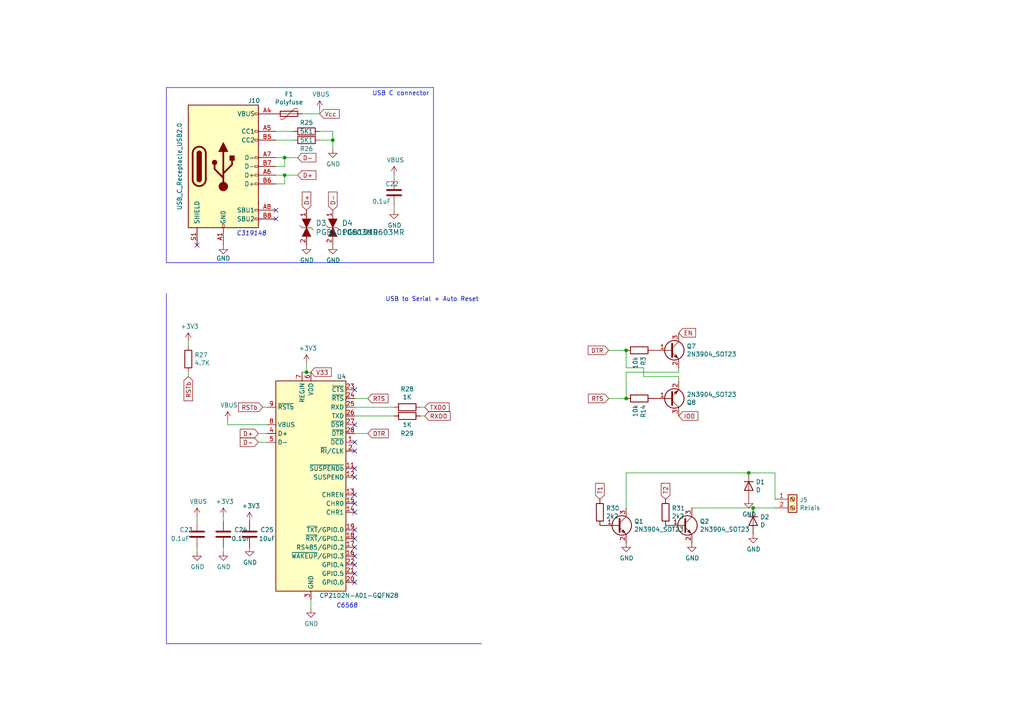
<source format=kicad_sch>
(kicad_sch (version 20230121) (generator eeschema)
  (paper "A4")
  (lib_symbols
    (symbol "Connector:Screw_Terminal_01x02" (pin_names (offset 1.016) hide)
      (property "Reference" "J" (at 0 2.54 0))
      (property "Value" "Screw_Terminal_01x02" (at 0 -5.08 0))
      (symbol "Screw_Terminal_01x02_1_1"
        (rectangle (start -1.27 1.27) (end 1.27 -3.81) (stroke (width 0.254)) (fill (type background)))
        (circle (center 0 -2.54) (radius 0.635) (stroke (width 0.1524)))
        (polyline (pts (xy -0.5334 -2.2098) (xy 0.3302 -3.048)) (stroke (width 0.1524)))
        (polyline (pts (xy -0.5334 0.3302) (xy 0.3302 -0.508)) (stroke (width 0.1524)))
        (polyline (pts (xy -0.3556 -2.032) (xy 0.508 -2.8702)) (stroke (width 0.1524)))
        (polyline (pts (xy -0.3556 0.508) (xy 0.508 -0.3302)) (stroke (width 0.1524)))
        (circle (center 0 0) (radius 0.635) (stroke (width 0.1524)))
        (pin passive line (at -5.08 0 0) (length 3.81) (name "Pin_1") (number "1"))
        (pin passive line (at -5.08 -2.54 0) (length 3.81) (name "Pin_2") (number "2"))
      )
    )
    (symbol "Device:C" (pin_numbers hide) (pin_names (offset 0.254))
      (property "Reference" "C" (at 0.635 2.54 0))
      (property "Value" "C" (at 0.635 -2.54 0))
      (symbol "C_0_1"
        (polyline (pts (xy -2.032 -0.762) (xy 2.032 -0.762)) (stroke (width 0.508)))
        (polyline (pts (xy -2.032 0.762) (xy 2.032 0.762)) (stroke (width 0.508)))
      )
      (symbol "C_1_1"
        (pin passive line (at 0 3.81 270) (length 2.794) (name "~") (number "1"))
        (pin passive line (at 0 -3.81 90) (length 2.794) (name "~") (number "2"))
      )
    )
    (symbol "Device:D" (pin_numbers hide) (pin_names (offset 1.016) hide)
      (property "Reference" "D" (at 0 2.54 0))
      (property "Value" "D" (at 0 -2.54 0))
      (symbol "D_0_1"
        (polyline (pts (xy -1.27 1.27) (xy -1.27 -1.27)) (stroke (width 0.254)))
        (polyline (pts (xy 1.27 0) (xy -1.27 0)))
        (polyline (pts (xy 1.27 1.27) (xy 1.27 -1.27) (xy -1.27 0) (xy 1.27 1.27)) (stroke (width 0.254)))
      )
      (symbol "D_1_1"
        (pin passive line (at -3.81 0 0) (length 2.54) (name "K") (number "1"))
        (pin passive line (at 3.81 0 180) (length 2.54) (name "A") (number "2"))
      )
    )
    (symbol "Device:Polyfuse" (pin_numbers hide) (pin_names (offset 0))
      (property "Reference" "F" (at -2.54 0 90))
      (property "Value" "Polyfuse" (at 2.54 0 90))
      (symbol "Polyfuse_0_1"
        (rectangle (start -0.762 2.54) (end 0.762 -2.54) (stroke (width 0.254)))
        (polyline (pts (xy 0 2.54) (xy 0 -2.54)))
        (polyline (pts (xy -1.524 2.54) (xy -1.524 1.524) (xy 1.524 -1.524) (xy 1.524 -2.54)))
      )
      (symbol "Polyfuse_1_1"
        (pin passive line (at 0 3.81 270) (length 1.27) (name "~") (number "1"))
        (pin passive line (at 0 -3.81 90) (length 1.27) (name "~") (number "2"))
      )
    )
    (symbol "Device:R" (pin_numbers hide) (pin_names (offset 0))
      (property "Reference" "R" (at 2.032 0 90))
      (property "Value" "R" (at 0 0 90))
      (symbol "R_0_1"
        (rectangle (start -1.016 -2.54) (end 1.016 2.54) (stroke (width 0.254)))
      )
      (symbol "R_1_1"
        (pin passive line (at 0 3.81 270) (length 1.27) (name "~") (number "1"))
        (pin passive line (at 0 -3.81 90) (length 1.27) (name "~") (number "2"))
      )
    )
    (symbol "ESP32Vfo-rescue:CP2102N-A01-GQFN28-Interface_USB"
      (property "Reference" "U" (at -7.62 31.75 0))
      (property "Value" "CP2102N-A01-GQFN28-Interface_USB" (at 26.67 31.75 0))
      (symbol "CP2102N-A01-GQFN28-Interface_USB_0_1"
        (rectangle (start -10.16 30.48) (end 10.16 -30.48) (stroke (width 0.254)) (fill (type background)))
      )
      (symbol "CP2102N-A01-GQFN28-Interface_USB_1_1"
        (pin input line (at 12.7 12.7 180) (length 2.54) (name "~{DCD}") (number "1"))
        (pin no_connect line (at -10.16 -10.16 0) (length 2.54) hide (name "NC") (number "10"))
        (pin output line (at 12.7 5.08 180) (length 2.54) (name "~{SUSPENDb}") (number "11"))
        (pin output line (at 12.7 2.54 180) (length 2.54) (name "SUSPEND") (number "12"))
        (pin output line (at 12.7 -2.54 180) (length 2.54) (name "CHREN") (number "13"))
        (pin output line (at 12.7 -7.62 180) (length 2.54) (name "CHR1") (number "14"))
        (pin output line (at 12.7 -5.08 180) (length 2.54) (name "CHR0") (number "15"))
        (pin bidirectional line (at 12.7 -20.32 180) (length 2.54) (name "~{WAKEUP}/GPIO.3") (number "16"))
        (pin bidirectional line (at 12.7 -17.78 180) (length 2.54) (name "RS485/GPIO.2") (number "17"))
        (pin bidirectional line (at 12.7 -15.24 180) (length 2.54) (name "~{RXT}/GPIO.1") (number "18"))
        (pin bidirectional line (at 12.7 -12.7 180) (length 2.54) (name "~{TXT}/GPIO.0") (number "19"))
        (pin bidirectional line (at 12.7 10.16 180) (length 2.54) (name "~{RI}/CLK") (number "2"))
        (pin bidirectional line (at 12.7 -27.94 180) (length 2.54) (name "GPIO.6") (number "20"))
        (pin bidirectional line (at 12.7 -25.4 180) (length 2.54) (name "GPIO.5") (number "21"))
        (pin bidirectional line (at 12.7 -22.86 180) (length 2.54) (name "GPIO.4") (number "22"))
        (pin input line (at 12.7 27.94 180) (length 2.54) (name "~{CTS}") (number "23"))
        (pin output line (at 12.7 25.4 180) (length 2.54) (name "~{RTS}") (number "24"))
        (pin input line (at 12.7 22.86 180) (length 2.54) (name "RXD") (number "25"))
        (pin output line (at 12.7 20.32 180) (length 2.54) (name "TXD") (number "26"))
        (pin input line (at 12.7 17.78 180) (length 2.54) (name "~{DSR}") (number "27"))
        (pin output line (at 12.7 15.24 180) (length 2.54) (name "~{DTR}") (number "28"))
        (pin passive line (at 0 -33.02 90) (length 2.54) hide (name "GND") (number "29"))
        (pin power_in line (at 0 -33.02 90) (length 2.54) (name "GND") (number "3"))
        (pin bidirectional line (at -12.7 15.24 0) (length 2.54) (name "D+") (number "4"))
        (pin bidirectional line (at -12.7 12.7 0) (length 2.54) (name "D-") (number "5"))
        (pin passive line (at 0 33.02 270) (length 2.54) (name "VDD") (number "6"))
        (pin power_in line (at -2.54 33.02 270) (length 2.54) (name "REGIN") (number "7"))
        (pin input line (at -12.7 17.78 0) (length 2.54) (name "VBUS") (number "8"))
        (pin input line (at -12.7 22.86 0) (length 2.54) (name "~{RSTb}") (number "9"))
      )
    )
    (symbol "ESP32Vfo-rescue:PGB1010603MR-dk_TVS-Diodes" (pin_names (offset 1.016))
      (property "Reference" "D" (at -5.4864 2.7432 0))
      (property "Value" "PGB1010603MR-dk_TVS-Diodes" (at 0.1016 -3.302 0))
      (symbol "PGB1010603MR-dk_TVS-Diodes_0_1"
        (polyline (pts (xy 0 0) (xy 0 -1.27) (xy -0.635 -1.905)))
        (polyline (pts (xy 0 0) (xy 0 1.27) (xy 0.635 1.905)))
        (polyline (pts (xy -2.54 1.27) (xy -2.54 -1.27) (xy 0 0) (xy -2.54 1.27)) (fill (type outline)))
        (polyline (pts (xy 2.54 1.27) (xy 2.54 -1.27) (xy 0 0) (xy 2.54 1.27)) (fill (type outline)))
      )
      (symbol "PGB1010603MR-dk_TVS-Diodes_1_1"
        (pin passive line (at -5.08 0 0) (length 2.54) (name "~") (number "1"))
        (pin passive line (at 5.08 0 180) (length 2.54) (name "~") (number "2"))
      )
    )
    (symbol "ESP32Vfo-rescue:USB_C_Receptacle_USB2.0-Connector-ESP32Vfo" (pin_names (offset 1.016))
      (property "Reference" "J" (at -10.16 19.05 0))
      (property "Value" "USB_C_Receptacle_USB2.0-Connector-ESP32Vfo" (at 19.05 19.05 0))
      (symbol "USB_C_Receptacle_USB2.0-Connector-ESP32Vfo_0_0"
        (rectangle (start -0.254 -17.78) (end 0.254 -16.764))
        (rectangle (start 10.16 -14.986) (end 9.144 -15.494))
        (rectangle (start 10.16 -12.446) (end 9.144 -12.954))
        (rectangle (start 10.16 -4.826) (end 9.144 -5.334))
        (rectangle (start 10.16 -2.286) (end 9.144 -2.794))
        (rectangle (start 10.16 0.254) (end 9.144 -0.254))
        (rectangle (start 10.16 2.794) (end 9.144 2.286))
        (rectangle (start 10.16 7.874) (end 9.144 7.366))
        (rectangle (start 10.16 10.414) (end 9.144 9.906))
        (rectangle (start 10.16 15.494) (end 9.144 14.986))
      )
      (symbol "USB_C_Receptacle_USB2.0-Connector-ESP32Vfo_0_1"
        (rectangle (start -10.16 17.78) (end 10.16 -17.78) (stroke (width 0.254)) (fill (type background)))
        (arc (start -8.89 -3.81) (mid -6.985 -5.7067) (end -5.08 -3.81) (stroke (width 0.508)))
        (arc (start -7.62 -3.81) (mid -6.985 -4.4423) (end -6.35 -3.81) (stroke (width 0.254)))
        (arc (start -7.62 -3.81) (mid -6.985 -4.4423) (end -6.35 -3.81) (stroke (width 0.254)) (fill (type outline)))
        (rectangle (start -7.62 -3.81) (end -6.35 3.81) (stroke (width 0.254)) (fill (type outline)))
        (arc (start -6.35 3.81) (mid -6.985 4.4423) (end -7.62 3.81) (stroke (width 0.254)))
        (arc (start -6.35 3.81) (mid -6.985 4.4423) (end -7.62 3.81) (stroke (width 0.254)) (fill (type outline)))
        (arc (start -5.08 3.81) (mid -6.985 5.7067) (end -8.89 3.81) (stroke (width 0.508)))
        (circle (center -2.54 1.143) (radius 0.635) (stroke (width 0.254)) (fill (type outline)))
        (circle (center 0 -5.842) (radius 1.27) (fill (type outline)))
        (polyline (pts (xy -8.89 -3.81) (xy -8.89 3.81)) (stroke (width 0.508)))
        (polyline (pts (xy -5.08 3.81) (xy -5.08 -3.81)) (stroke (width 0.508)))
        (polyline (pts (xy 0 -5.842) (xy 0 4.318)) (stroke (width 0.508)))
        (polyline (pts (xy 0 -3.302) (xy -2.54 -0.762) (xy -2.54 0.508)) (stroke (width 0.508)))
        (polyline (pts (xy 0 -2.032) (xy 2.54 0.508) (xy 2.54 1.778)) (stroke (width 0.508)))
        (polyline (pts (xy -1.27 4.318) (xy 0 6.858) (xy 1.27 4.318) (xy -1.27 4.318)) (stroke (width 0.254)) (fill (type outline)))
        (rectangle (start 1.905 1.778) (end 3.175 3.048) (stroke (width 0.254)) (fill (type outline)))
      )
      (symbol "USB_C_Receptacle_USB2.0-Connector-ESP32Vfo_1_1"
        (pin power_in line (at 0 -22.86 90) (length 5.08) (name "GND") (number "A1"))
        (pin passive line (at 0 -22.86 90) (length 5.08) hide (name "GND") (number "A12"))
        (pin power_in line (at 15.24 15.24 180) (length 5.08) (name "VBUS") (number "A4"))
        (pin bidirectional line (at 15.24 10.16 180) (length 5.08) (name "CC1") (number "A5"))
        (pin bidirectional line (at 15.24 -2.54 180) (length 5.08) (name "D+") (number "A6"))
        (pin bidirectional line (at 15.24 2.54 180) (length 5.08) (name "D-") (number "A7"))
        (pin bidirectional line (at 15.24 -12.7 180) (length 5.08) (name "SBU1") (number "A8"))
        (pin passive line (at 15.24 15.24 180) (length 5.08) hide (name "VBUS") (number "A9"))
        (pin passive line (at 0 -22.86 90) (length 5.08) hide (name "GND") (number "B1"))
        (pin passive line (at 0 -22.86 90) (length 5.08) hide (name "GND") (number "B12"))
        (pin passive line (at 15.24 15.24 180) (length 5.08) hide (name "VBUS") (number "B4"))
        (pin bidirectional line (at 15.24 7.62 180) (length 5.08) (name "CC2") (number "B5"))
        (pin bidirectional line (at 15.24 -5.08 180) (length 5.08) (name "D+") (number "B6"))
        (pin bidirectional line (at 15.24 0 180) (length 5.08) (name "D-") (number "B7"))
        (pin bidirectional line (at 15.24 -15.24 180) (length 5.08) (name "SBU2") (number "B8"))
        (pin passive line (at 15.24 15.24 180) (length 5.08) hide (name "VBUS") (number "B9"))
        (pin passive line (at -7.62 -22.86 90) (length 5.08) (name "SHIELD") (number "S1"))
      )
    )
    (symbol "power:+3V3" (power) (pin_names (offset 0))
      (property "Value" "+3V3" (at 0 3.556 0))
      (symbol "+3V3_0_1"
        (polyline (pts (xy -0.762 1.27) (xy 0 2.54)))
        (polyline (pts (xy 0 0) (xy 0 2.54)))
        (polyline (pts (xy 0 2.54) (xy 0.762 1.27)))
      )
      (symbol "+3V3_1_1"
        (pin power_in line (at 0 0 90) (length 0) hide (name "+3V3") (number "1"))
      )
    )
    (symbol "power:GND" (power) (pin_names (offset 0))
      (property "Value" "GND" (at 0 -3.81 0))
      (symbol "GND_0_1"
        (polyline (pts (xy 0 0) (xy 0 -1.27) (xy 1.27 -1.27) (xy 0 -2.54) (xy -1.27 -1.27) (xy 0 -1.27)))
      )
      (symbol "GND_1_1"
        (pin power_in line (at 0 0 270) (length 0) hide (name "GND") (number "1"))
      )
    )
    (symbol "power:VBUS" (power) (pin_names (offset 0))
      (property "Value" "VBUS" (at 0 3.81 0))
      (symbol "VBUS_0_1"
        (polyline (pts (xy -0.762 1.27) (xy 0 2.54)))
        (polyline (pts (xy 0 0) (xy 0 2.54)))
        (polyline (pts (xy 0 2.54) (xy 0.762 1.27)))
      )
      (symbol "VBUS_1_1"
        (pin power_in line (at 0 0 90) (length 0) hide (name "VBUS") (number "1"))
      )
    )
    (symbol "tube:2N3904_SOT23" (pin_names (offset 0) hide)
      (property "Reference" "Q" (at 5.08 1.905 0))
      (property "Value" "2N3904_SOT23" (at 5.08 0 0))
      (symbol "2N3904_SOT23_0_1"
        (polyline (pts (xy 0.635 0.635) (xy 2.54 2.54)))
        (polyline (pts (xy 0.635 -0.635) (xy 2.54 -2.54) (xy 2.54 -2.54)))
        (polyline (pts (xy 0.635 1.905) (xy 0.635 -1.905) (xy 0.635 -1.905)) (stroke (width 0.508)))
        (polyline (pts (xy 1.27 -1.778) (xy 1.778 -1.27) (xy 2.286 -2.286) (xy 1.27 -1.778) (xy 1.27 -1.778)) (fill (type outline)))
        (circle (center 1.27 0) (radius 2.8194) (stroke (width 0.254)))
      )
      (symbol "2N3904_SOT23_1_1"
        (pin passive line (at -5.08 0 0) (length 5.715) (name "B") (number "1"))
        (pin passive line (at 2.54 -5.08 90) (length 2.54) (name "E") (number "2"))
        (pin passive line (at 2.54 5.08 270) (length 2.54) (name "C") (number "3"))
      )
    )
  )
  (junction (at 96.52 40.64))
  (junction (at 218.44 147.32))
  (junction (at 82.55 50.8))
  (junction (at 82.55 45.72))
  (junction (at 88.9 107.95))
  (junction (at 217.17 137.16))
  (junction (at 181.61 115.57))
  (junction (at 181.61 101.6))
  (no_connect (at 57.15 71.12))
  (no_connect (at 102.87 138.43))
  (no_connect (at 102.87 161.29))
  (no_connect (at 80.01 63.5))
  (no_connect (at 102.87 153.67))
  (no_connect (at 102.87 135.89))
  (no_connect (at 102.87 113.03))
  (no_connect (at 102.87 128.27))
  (no_connect (at 102.87 166.37))
  (no_connect (at 102.87 163.83))
  (no_connect (at 102.87 130.81))
  (no_connect (at 102.87 156.21))
  (no_connect (at 102.87 148.59))
  (no_connect (at 80.01 60.96))
  (no_connect (at 102.87 123.19))
  (no_connect (at 102.87 146.05))
  (no_connect (at 102.87 168.91))
  (no_connect (at 102.87 143.51))
  (no_connect (at 102.87 158.75))
  (wire (pts (xy 80.01 38.1) (xy 85.09 38.1)))
  (wire (pts (xy 224.79 137.16) (xy 224.79 144.78)))
  (wire (pts (xy 82.55 48.26) (xy 80.01 48.26)))
  (wire (pts (xy 74.93 128.27) (xy 77.47 128.27)))
  (wire (pts (xy 87.63 33.02) (xy 92.71 33.02)))
  (wire (pts (xy 92.71 38.1) (xy 96.52 38.1)))
  (wire (pts (xy 217.17 137.16) (xy 224.79 137.16)))
  (polyline (pts (xy 48.26 25.4) (xy 48.26 76.2)))
  (wire (pts (xy 80.01 53.34) (xy 82.55 53.34)))
  (wire (pts (xy 64.77 149.86) (xy 64.77 151.13)))
  (polyline (pts (xy 48.26 186.69) (xy 139.7 186.69)))
  (wire (pts (xy 121.92 118.11) (xy 123.19 118.11)))
  (wire (pts (xy 176.53 115.57) (xy 181.61 115.57)))
  (wire (pts (xy 57.15 149.86) (xy 57.15 151.13)))
  (wire (pts (xy 54.61 99.06) (xy 54.61 100.33)))
  (wire (pts (xy 82.55 45.72) (xy 86.36 45.72)))
  (polyline (pts (xy 48.26 76.2) (xy 125.73 76.2)))
  (wire (pts (xy 196.85 110.49) (xy 196.85 109.22)))
  (polyline (pts (xy 125.73 25.4) (xy 48.26 25.4)))
  (wire (pts (xy 200.66 147.32) (xy 218.44 147.32)))
  (wire (pts (xy 181.61 137.16) (xy 217.17 137.16)))
  (wire (pts (xy 82.55 50.8) (xy 80.01 50.8)))
  (wire (pts (xy 80.01 45.72) (xy 82.55 45.72)))
  (polyline (pts (xy 125.73 76.2) (xy 125.73 25.4)))
  (wire (pts (xy 181.61 107.95) (xy 196.85 107.95)))
  (polyline (pts (xy 48.26 85.09) (xy 48.26 186.69)))
  (wire (pts (xy 176.53 101.6) (xy 181.61 101.6)))
  (wire (pts (xy 106.68 125.73) (xy 102.87 125.73)))
  (wire (pts (xy 90.17 173.99) (xy 90.17 176.53)))
  (wire (pts (xy 123.19 120.65) (xy 121.92 120.65)))
  (wire (pts (xy 88.9 107.95) (xy 88.9 105.41)))
  (wire (pts (xy 96.52 40.64) (xy 96.52 43.18)))
  (wire (pts (xy 102.87 118.11) (xy 114.3 118.11)))
  (wire (pts (xy 86.36 50.8) (xy 82.55 50.8)))
  (wire (pts (xy 66.04 123.19) (xy 77.47 123.19)))
  (wire (pts (xy 186.69 109.22) (xy 186.69 106.68)))
  (wire (pts (xy 64.77 158.75) (xy 64.77 160.02)))
  (wire (pts (xy 87.63 107.95) (xy 88.9 107.95)))
  (wire (pts (xy 85.09 40.64) (xy 80.01 40.64)))
  (wire (pts (xy 186.69 106.68) (xy 181.61 106.68)))
  (wire (pts (xy 181.61 147.32) (xy 181.61 137.16)))
  (wire (pts (xy 90.17 107.95) (xy 88.9 107.95)))
  (wire (pts (xy 196.85 107.95) (xy 196.85 106.68)))
  (wire (pts (xy 54.61 109.22) (xy 54.61 107.95)))
  (wire (pts (xy 96.52 38.1) (xy 96.52 40.64)))
  (wire (pts (xy 57.15 158.75) (xy 57.15 160.02)))
  (wire (pts (xy 92.71 33.02) (xy 92.71 31.75)))
  (wire (pts (xy 76.2 118.11) (xy 77.47 118.11)))
  (wire (pts (xy 102.87 120.65) (xy 114.3 120.65)))
  (wire (pts (xy 218.44 147.32) (xy 224.79 147.32)))
  (wire (pts (xy 181.61 106.68) (xy 181.61 101.6)))
  (wire (pts (xy 82.55 53.34) (xy 82.55 50.8)))
  (wire (pts (xy 106.68 115.57) (xy 102.87 115.57)))
  (wire (pts (xy 82.55 45.72) (xy 82.55 48.26)))
  (wire (pts (xy 77.47 125.73) (xy 74.93 125.73)))
  (wire (pts (xy 66.04 121.92) (xy 66.04 123.19)))
  (wire (pts (xy 114.3 50.8) (xy 114.3 52.07)))
  (wire (pts (xy 96.52 40.64) (xy 92.71 40.64)))
  (wire (pts (xy 114.3 59.69) (xy 114.3 60.96)))
  (wire (pts (xy 196.85 109.22) (xy 186.69 109.22)))
  (wire (pts (xy 181.61 107.95) (xy 181.61 115.57)))
  (text "C319148" (at 68.58 68.58 0) (effects (font (size 1.27 1.27) italic) (justify left bottom)))
  (text "USB C connector" (at 107.95 27.94 0) (effects (font (size 1.27 1.27)) (justify left bottom)))
  (text "USB to Serial + Auto Reset" (at 111.76 87.63 0) (effects (font (size 1.27 1.27)) (justify left bottom)))
  (text " C6568" (at 96.52 176.53 0) (effects (font (size 1.27 1.27) italic) (justify left bottom)))
  (global_label "DTR" (shape input) (at 106.68 125.73 0) (property "Intersheetrefs" "${INTERSHEET_REFS}" (effects hide)))
  (global_label "Vcc" (shape input) (at 92.71 33.02 0) (property "Intersheetrefs" "${INTERSHEET_REFS}" (effects hide)))
  (global_label "D+" (shape input) (at 74.93 125.73 180) (property "Intersheetrefs" "${INTERSHEET_REFS}" (effects hide)))
  (global_label "D-" (shape input) (at 74.93 128.27 180) (property "Intersheetrefs" "${INTERSHEET_REFS}" (effects hide)))
  (global_label "V33" (shape input) (at 90.17 107.95 0) (property "Intersheetrefs" "${INTERSHEET_REFS}" (effects hide)))
  (global_label "D+" (shape input) (at 86.36 50.8 0) (property "Intersheetrefs" "${INTERSHEET_REFS}" (effects hide)))
  (global_label "T2" (shape input) (at 193.04 144.78 90) (property "Intersheetrefs" "${INTERSHEET_REFS}" (effects hide)))
  (global_label "TXD0" (shape input) (at 123.19 118.11 0) (property "Intersheetrefs" "${INTERSHEET_REFS}" (effects hide)))
  (global_label "RTS" (shape input) (at 106.68 115.57 0) (property "Intersheetrefs" "${INTERSHEET_REFS}" (effects hide)))
  (global_label "D-" (shape input) (at 86.36 45.72 0) (property "Intersheetrefs" "${INTERSHEET_REFS}" (effects hide)))
  (global_label "EN" (shape input) (at 196.85 96.52 0) (property "Intersheetrefs" "${INTERSHEET_REFS}" (effects hide)))
  (global_label "RSTb" (shape input) (at 76.2 118.11 180) (property "Intersheetrefs" "${INTERSHEET_REFS}" (effects hide)))
  (global_label "RXD0" (shape input) (at 123.19 120.65 0) (property "Intersheetrefs" "${INTERSHEET_REFS}" (effects hide)))
  (global_label "T1" (shape input) (at 173.99 144.78 90) (property "Intersheetrefs" "${INTERSHEET_REFS}" (effects hide)))
  (global_label "RSTb" (shape input) (at 54.61 109.22 270) (property "Intersheetrefs" "${INTERSHEET_REFS}" (effects hide)))
  (global_label "DTR" (shape input) (at 176.53 101.6 180) (property "Intersheetrefs" "${INTERSHEET_REFS}" (effects hide)))
  (global_label "D-" (shape input) (at 96.52 60.96 90) (property "Intersheetrefs" "${INTERSHEET_REFS}" (effects hide)))
  (global_label "IO0" (shape input) (at 196.85 120.65 0) (property "Intersheetrefs" "${INTERSHEET_REFS}" (effects hide)))
  (global_label "RTS" (shape input) (at 176.53 115.57 180) (property "Intersheetrefs" "${INTERSHEET_REFS}" (effects hide)))
  (global_label "D+" (shape input) (at 88.9 60.96 90) (property "Intersheetrefs" "${INTERSHEET_REFS}" (effects hide)))
  (symbol (lib_id "Device:C") (at 72.39 154.94 0) (unit 1)
    (property "Reference" "C25" (at 77.47 153.67 0))
    (property "Value" "10uF" (at 77.47 156.21 0))
    (property "Footprint" "Capacitor_SMD:C_0805_2012Metric" (effects hide))
  )
  (symbol (lib_id "power:GND") (at 72.39 158.75 0) (unit 1)
    (property "Reference" "#PWR045" (effects hide))
    (property "Value" "GND" (at 72.517 163.1442 0))
  )
  (symbol (lib_id "power:+3V3") (at 72.39 151.13 0) (unit 1)
    (property "Reference" "#PWR015" (effects hide))
    (property "Value" "+3V3" (at 72.771 146.7358 0))
  )
  (symbol (lib_id "power:+3V3") (at 54.61 99.06 0) (unit 1)
    (property "Reference" "#PWR037" (effects hide))
    (property "Value" "+3V3" (at 54.991 94.6658 0))
  )
  (symbol (lib_id "power:GND") (at 57.15 160.02 0) (unit 1)
    (property "Reference" "#PWR042" (effects hide))
    (property "Value" "GND" (at 57.277 164.4142 0))
  )
  (symbol (lib_id "power:+3V3") (at 64.77 149.86 0) (unit 1)
    (property "Reference" "#PWR041" (effects hide))
    (property "Value" "+3V3" (at 65.151 145.4658 0))
  )
  (symbol (lib_id "Device:R") (at 118.11 120.65 270) (unit 1)
    (property "Reference" "R29" (at 118.11 125.73 90))
    (property "Value" "1K" (at 118.11 123.19 90))
    (property "Footprint" "Resistor_SMD:R_0805_2012Metric" (effects hide))
  )
  (symbol (lib_id "Device:R") (at 118.11 118.11 270) (unit 1)
    (property "Reference" "R28" (at 118.11 112.8522 90))
    (property "Value" "1K" (at 118.11 115.1636 90))
    (property "Footprint" "Resistor_SMD:R_0805_2012Metric" (effects hide))
  )
  (symbol (lib_id "ESP32Vfo-rescue:CP2102N-A01-GQFN28-Interface_USB") (at 90.17 140.97 0) (unit 1)
    (property "Reference" "U4" (at 99.06 109.22 0))
    (property "Value" "CP2102N-A01-GQFN28" (at 104.14 172.72 0))
    (property "Footprint" "Package_DFN_QFN:QFN-28-1EP_5x5mm_P0.5mm_EP3.35x3.35mm" (effects hide))
    (property "Datasheet" "https://www.silabs.com/documents/public/data-sheets/cp2102n-datasheet.pdf" (effects hide))
  )
  (symbol (lib_id "ESP32Vfo-rescue:USB_C_Receptacle_USB2.0-Connector-ESP32Vfo") (at 64.77 48.26 0) (unit 1)
    (property "Reference" "J10" (at 73.66 29.21 0))
    (property "Value" "USB_C_Receptacle_USB2.0" (at 52.07 48.26 90))
    (property "Footprint" "Connector_USB:USB_C_Receptacle_XKB_U262-16XN-4BVC11" (effects hide))
    (property "Datasheet" "https://www.usb.org/sites/default/files/documents/usb_type-c.zip" (effects hide))
  )
  (symbol (lib_id "Device:R") (at 88.9 38.1 270) (unit 1)
    (property "Reference" "R25" (at 88.9 35.56 90))
    (property "Value" "5K1" (at 88.9 38.1 90))
    (property "Footprint" "Resistor_SMD:R_0805_2012Metric" (effects hide))
  )
  (symbol (lib_id "Device:R") (at 88.9 40.64 270) (unit 1)
    (property "Reference" "R26" (at 88.9 43.18 90))
    (property "Value" "5K1" (at 88.9 40.64 90))
    (property "Footprint" "Resistor_SMD:R_0805_2012Metric" (effects hide))
  )
  (symbol (lib_id "power:GND") (at 64.77 71.12 0) (unit 1)
    (property "Reference" "#PWR036" (effects hide))
    (property "Value" "GND" (at 64.77 74.93 0))
  )
  (symbol (lib_id "Device:Polyfuse") (at 83.82 33.02 270) (unit 1)
    (property "Reference" "F1" (at 83.82 27.305 90))
    (property "Value" "Polyfuse" (at 83.82 29.6164 90))
    (property "Footprint" "Fuse:Fuse_0805_2012Metric" (effects hide))
  )
  (symbol (lib_id "Device:C") (at 114.3 55.88 0) (unit 1)
    (property "Reference" "C22" (at 111.76 53.34 0) (effects (justify left)))
    (property "Value" "0.1uF" (at 107.95 58.42 0) (effects (justify left)))
    (property "Footprint" "Capacitor_SMD:C_0805_2012Metric" (effects hide))
  )
  (symbol (lib_id "power:GND") (at 114.3 60.96 0) (unit 1)
    (property "Reference" "#PWR035" (effects hide))
    (property "Value" "GND" (at 114.427 65.3542 0))
  )
  (symbol (lib_id "power:VBUS") (at 57.15 149.86 0) (unit 1)
    (property "Reference" "#PWR040" (effects hide))
    (property "Value" "VBUS" (at 57.531 145.4658 0))
  )
  (symbol (lib_id "Device:R") (at 54.61 104.14 0) (unit 1)
    (property "Reference" "R27" (at 56.388 102.9716 0) (effects (justify left)))
    (property "Value" "4.7K" (at 56.388 105.283 0) (effects (justify left)))
    (property "Footprint" "Resistor_SMD:R_0805_2012Metric" (effects hide))
  )
  (symbol (lib_id "Device:C") (at 64.77 154.94 0) (unit 1)
    (property "Reference" "C24" (at 69.85 153.67 0))
    (property "Value" "0.1uF" (at 69.85 156.21 0))
    (property "Footprint" "Capacitor_SMD:C_0805_2012Metric" (effects hide))
  )
  (symbol (lib_id "power:GND") (at 64.77 160.02 0) (unit 1)
    (property "Reference" "#PWR043" (effects hide))
    (property "Value" "GND" (at 64.897 164.4142 0))
  )
  (symbol (lib_id "Device:C") (at 57.15 154.94 0) (unit 1)
    (property "Reference" "C23" (at 52.07 153.67 0) (effects (justify left)))
    (property "Value" "0.1uF" (at 49.53 156.21 0) (effects (justify left)))
    (property "Footprint" "Capacitor_SMD:C_0805_2012Metric" (effects hide))
  )
  (symbol (lib_id "power:VBUS") (at 66.04 121.92 0) (unit 1)
    (property "Reference" "#PWR039" (effects hide))
    (property "Value" "VBUS" (at 66.421 117.5258 0))
  )
  (symbol (lib_id "power:+3V3") (at 88.9 105.41 0) (unit 1)
    (property "Reference" "#PWR038" (effects hide))
    (property "Value" "+3V3" (at 89.281 101.0158 0))
  )
  (symbol (lib_id "power:GND") (at 90.17 176.53 0) (unit 1)
    (property "Reference" "#PWR044" (effects hide))
    (property "Value" "GND" (at 90.297 180.9242 0))
  )
  (symbol (lib_id "power:VBUS") (at 92.71 31.75 0) (unit 1)
    (property "Reference" "#PWR032" (effects hide))
    (property "Value" "VBUS" (at 93.091 27.3558 0))
  )
  (symbol (lib_id "power:GND") (at 96.52 43.18 0) (unit 1)
    (property "Reference" "#PWR033" (effects hide))
    (property "Value" "GND" (at 96.647 47.5742 0))
  )
  (symbol (lib_id "power:VBUS") (at 114.3 50.8 0) (unit 1)
    (property "Reference" "#PWR034" (effects hide))
    (property "Value" "VBUS" (at 114.681 46.4058 0))
  )
  (symbol (lib_id "power:GND") (at 200.66 157.48 0) (unit 1)
    (property "Reference" "#PWR0117" (effects hide))
    (property "Value" "GND" (at 200.787 161.8742 0))
  )
  (symbol (lib_id "power:GND") (at 181.61 157.48 0) (unit 1)
    (property "Reference" "#PWR0118" (effects hide))
    (property "Value" "GND" (at 181.737 161.8742 0))
  )
  (symbol (lib_id "Device:R") (at 173.99 148.59 0) (unit 1)
    (property "Reference" "R30" (at 175.768 147.4216 0) (effects (justify left)))
    (property "Value" "2k2" (at 175.768 149.733 0) (effects (justify left)))
    (property "Footprint" "Resistor_SMD:R_0805_2012Metric" (effects hide))
  )
  (symbol (lib_id "Device:R") (at 193.04 148.59 0) (unit 1)
    (property "Reference" "R31" (at 194.818 147.4216 0) (effects (justify left)))
    (property "Value" "2k2" (at 194.818 149.733 0) (effects (justify left)))
    (property "Footprint" "Resistor_SMD:R_0805_2012Metric" (effects hide))
  )
  (symbol (lib_id "Connector:Screw_Terminal_01x02") (at 229.87 144.78 0) (unit 1)
    (property "Reference" "J5" (at 231.902 144.9832 0) (effects (justify left)))
    (property "Value" "Relais" (at 231.902 147.2946 0) (effects (justify left)))
    (property "Footprint" "Connector_PinHeader_2.54mm:PinHeader_1x02_P2.54mm_Vertical" (effects hide))
  )
  (symbol (lib_id "tube:2N3904_SOT23") (at 179.07 152.4 0) (unit 1)
    (property "Reference" "Q1" (at 183.896 151.2316 0) (effects (justify left)))
    (property "Value" "2N3904_SOT23" (at 183.896 153.543 0) (effects (justify left)))
    (property "Footprint" "Package_TO_SOT_SMD:SOT-23" (effects hide))
  )
  (symbol (lib_id "tube:2N3904_SOT23") (at 198.12 152.4 0) (unit 1)
    (property "Reference" "Q2" (at 202.946 151.2316 0) (effects (justify left)))
    (property "Value" "2N3904_SOT23" (at 202.946 153.543 0) (effects (justify left)))
    (property "Footprint" "Package_TO_SOT_SMD:SOT-23" (effects hide))
  )
  (symbol (lib_id "Device:D") (at 218.44 151.13 270) (unit 1)
    (property "Reference" "D2" (at 220.472 149.9616 90) (effects (justify left)))
    (property "Value" "D" (at 220.472 152.273 90) (effects (justify left)))
    (property "Footprint" "Diode_SMD:D_SOD-323" (effects hide))
  )
  (symbol (lib_id "Device:D") (at 217.17 140.97 270) (unit 1)
    (property "Reference" "D1" (at 219.202 139.8016 90) (effects (justify left)))
    (property "Value" "D" (at 219.202 142.113 90) (effects (justify left)))
    (property "Footprint" "Diode_SMD:D_SOD-323" (effects hide))
  )
  (symbol (lib_id "power:GND") (at 217.17 144.78 0) (unit 1)
    (property "Reference" "#PWR0119" (effects hide))
    (property "Value" "GND" (at 217.297 149.1742 0))
  )
  (symbol (lib_id "power:GND") (at 218.44 154.94 0) (unit 1)
    (property "Reference" "#PWR0120" (effects hide))
    (property "Value" "GND" (at 218.567 159.3342 0))
  )
  (symbol (lib_id "tube:2N3904_SOT23") (at 194.31 101.6 0) (unit 1)
    (property "Reference" "Q7" (at 199.136 100.4316 0) (effects (justify left)))
    (property "Value" "2N3904_SOT23" (at 199.136 102.743 0) (effects (justify left)))
    (property "Footprint" "Package_TO_SOT_SMD:SOT-23" (effects hide))
  )
  (symbol (lib_id "tube:2N3904_SOT23") (at 194.31 115.57 0) (mirror x) (unit 1)
    (property "Reference" "Q8" (at 199.136 116.7384 0) (effects (justify left)))
    (property "Value" "2N3904_SOT23" (at 199.136 114.427 0) (effects (justify left)))
    (property "Footprint" "Package_TO_SOT_SMD:SOT-23" (effects hide))
  )
  (symbol (lib_id "Device:R") (at 185.42 101.6 270) (unit 1)
    (property "Reference" "R3" (at 186.5884 103.378 0) (effects (justify left)))
    (property "Value" "10k" (at 184.277 103.378 0) (effects (justify left)))
    (property "Footprint" "Resistor_SMD:R_0805_2012Metric" (effects hide))
  )
  (symbol (lib_id "Device:R") (at 185.42 115.57 270) (unit 1)
    (property "Reference" "R14" (at 186.5884 117.348 0) (effects (justify left)))
    (property "Value" "10k" (at 184.277 117.348 0) (effects (justify left)))
    (property "Footprint" "Resistor_SMD:R_0805_2012Metric" (effects hide))
  )
  (symbol (lib_id "power:GND") (at 96.52 71.12 0) (unit 1)
    (property "Reference" "#PWR07" (effects hide))
    (property "Value" "GND" (at 96.647 75.5142 0))
  )
  (symbol (lib_id "power:GND") (at 88.9 71.12 0) (unit 1)
    (property "Reference" "#PWR05" (effects hide))
    (property "Value" "GND" (at 89.027 75.5142 0))
  )
  (symbol (lib_id "ESP32Vfo-rescue:PGB1010603MR-dk_TVS-Diodes") (at 88.9 66.04 270) (unit 1)
    (property "Reference" "D3" (at 91.5162 64.6938 90) (effects (font (size 1.524 1.524)) (justify left)))
    (property "Value" "PGB1010603MR" (at 91.5162 67.3862 90) (effects (font (size 1.524 1.524)) (justify left)))
    (property "Footprint" "digikey-footprints:0603" (effects hide))
    (property "Datasheet" "https://www.littelfuse.com/data/en/data_sheets/littelfuse_pulseguard-esd_pgb1.pdf" (effects hide))
    (property "Digi-Key_PN" "F2594CT-ND" (effects hide))
    (property "MPN" "PGB1010603MR" (effects hide))
    (property "Category" "Circuit Protection" (effects hide))
    (property "Family" "TVS - Diodes" (effects hide))
    (property "DK_Datasheet_Link" "https://www.littelfuse.com/data/en/data_sheets/littelfuse_pulseguard-esd_pgb1.pdf" (effects hide))
    (property "DK_Detail_Page" "/product-detail/en/littelfuse-inc/PGB1010603MR/F2594CT-ND/813072" (effects hide))
    (property "Description" "TVS DIODE 24V 150V 0603" (effects hide))
    (property "Manufacturer" "Littelfuse Inc." (effects hide))
    (property "Status" "Active" (effects hide))
  )
  (symbol (lib_id "ESP32Vfo-rescue:PGB1010603MR-dk_TVS-Diodes") (at 96.52 66.04 270) (unit 1)
    (property "Reference" "D4" (at 99.1362 64.6938 90) (effects (font (size 1.524 1.524)) (justify left)))
    (property "Value" "PGB1010603MR" (at 99.1362 67.3862 90) (effects (font (size 1.524 1.524)) (justify left)))
    (property "Footprint" "digikey-footprints:0603" (effects hide))
    (property "Datasheet" "https://www.littelfuse.com/data/en/data_sheets/littelfuse_pulseguard-esd_pgb1.pdf" (effects hide))
    (property "Digi-Key_PN" "F2594CT-ND" (effects hide))
    (property "MPN" "PGB1010603MR" (effects hide))
    (property "Category" "Circuit Protection" (effects hide))
    (property "Family" "TVS - Diodes" (effects hide))
    (property "DK_Datasheet_Link" "https://www.littelfuse.com/data/en/data_sheets/littelfuse_pulseguard-esd_pgb1.pdf" (effects hide))
    (property "DK_Detail_Page" "/product-detail/en/littelfuse-inc/PGB1010603MR/F2594CT-ND/813072" (effects hide))
    (property "Description" "TVS DIODE 24V 150V 0603" (effects hide))
    (property "Manufacturer" "Littelfuse Inc." (effects hide))
    (property "Status" "Active" (effects hide))
  )
)
</source>
